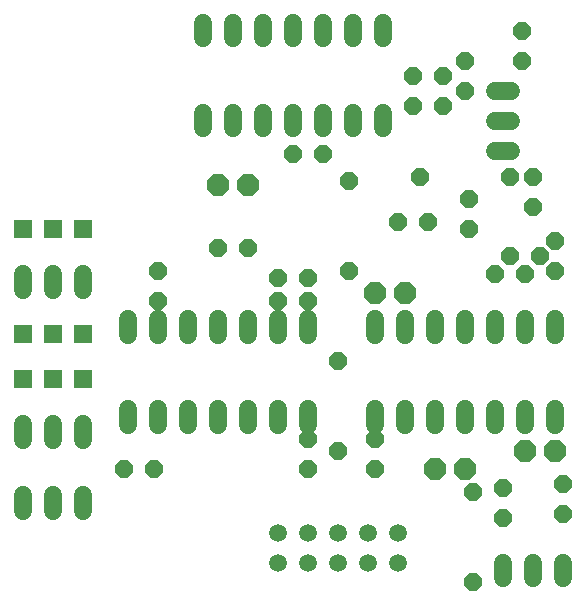
<source format=gts>
G75*
%MOIN*%
%OFA0B0*%
%FSLAX24Y24*%
%IPPOS*%
%LPD*%
%AMOC8*
5,1,8,0,0,1.08239X$1,22.5*
%
%ADD10C,0.0600*%
%ADD11OC8,0.0600*%
%ADD12OC8,0.0710*%
%ADD13R,0.0595X0.0595*%
%ADD14C,0.0595*%
D10*
X001355Y003095D02*
X001355Y003615D01*
X002355Y003615D02*
X002355Y003095D01*
X003355Y003095D02*
X003355Y003615D01*
X003355Y005470D02*
X003355Y005990D01*
X002355Y005990D02*
X002355Y005470D01*
X001355Y005470D02*
X001355Y005990D01*
X004855Y005970D02*
X004855Y006490D01*
X005855Y006490D02*
X005855Y005970D01*
X006855Y005970D02*
X006855Y006490D01*
X007855Y006490D02*
X007855Y005970D01*
X008855Y005970D02*
X008855Y006490D01*
X009855Y006490D02*
X009855Y005970D01*
X010855Y005970D02*
X010855Y006490D01*
X013105Y006490D02*
X013105Y005970D01*
X014105Y005970D02*
X014105Y006490D01*
X015105Y006490D02*
X015105Y005970D01*
X016105Y005970D02*
X016105Y006490D01*
X017105Y006490D02*
X017105Y005970D01*
X018105Y005970D02*
X018105Y006490D01*
X019105Y006490D02*
X019105Y005970D01*
X019105Y008970D02*
X019105Y009490D01*
X018105Y009490D02*
X018105Y008970D01*
X017105Y008970D02*
X017105Y009490D01*
X016105Y009490D02*
X016105Y008970D01*
X015105Y008970D02*
X015105Y009490D01*
X014105Y009490D02*
X014105Y008970D01*
X013105Y008970D02*
X013105Y009490D01*
X010855Y009490D02*
X010855Y008970D01*
X009855Y008970D02*
X009855Y009490D01*
X008855Y009490D02*
X008855Y008970D01*
X007855Y008970D02*
X007855Y009490D01*
X006855Y009490D02*
X006855Y008970D01*
X005855Y008970D02*
X005855Y009490D01*
X004855Y009490D02*
X004855Y008970D01*
X003355Y010470D02*
X003355Y010990D01*
X002355Y010990D02*
X002355Y010470D01*
X001355Y010470D02*
X001355Y010990D01*
X007355Y015845D02*
X007355Y016365D01*
X008355Y016365D02*
X008355Y015845D01*
X009355Y015845D02*
X009355Y016365D01*
X010355Y016365D02*
X010355Y015845D01*
X011355Y015845D02*
X011355Y016365D01*
X012355Y016365D02*
X012355Y015845D01*
X013355Y015845D02*
X013355Y016365D01*
X013355Y018845D02*
X013355Y019365D01*
X012355Y019365D02*
X012355Y018845D01*
X011355Y018845D02*
X011355Y019365D01*
X010355Y019365D02*
X010355Y018845D01*
X009355Y018845D02*
X009355Y019365D01*
X008355Y019365D02*
X008355Y018845D01*
X007355Y018845D02*
X007355Y019365D01*
X017095Y017105D02*
X017615Y017105D01*
X017615Y016105D02*
X017095Y016105D01*
X017095Y015105D02*
X017615Y015105D01*
X017355Y001365D02*
X017355Y000845D01*
X018355Y000845D02*
X018355Y001365D01*
X019355Y001365D02*
X019355Y000845D01*
D11*
X019355Y002980D03*
X019355Y003980D03*
X017355Y003855D03*
X017355Y002855D03*
X016355Y003730D03*
X016355Y000730D03*
X013105Y004480D03*
X013105Y005480D03*
X011855Y005105D03*
X010855Y005480D03*
X010855Y004480D03*
X011855Y008105D03*
X010855Y010105D03*
X010855Y010855D03*
X009855Y010855D03*
X009855Y010105D03*
X008855Y011855D03*
X007855Y011855D03*
X005855Y011105D03*
X005855Y010105D03*
X010355Y014980D03*
X011355Y014980D03*
X012230Y014105D03*
X013855Y012730D03*
X014855Y012730D03*
X016230Y012480D03*
X016230Y013480D03*
X017605Y014230D03*
X018355Y014230D03*
X018355Y013230D03*
X019105Y012105D03*
X018605Y011605D03*
X019105Y011105D03*
X018105Y010980D03*
X017605Y011605D03*
X017105Y010980D03*
X014605Y014230D03*
X014355Y016605D03*
X014355Y017605D03*
X015355Y017605D03*
X016105Y018105D03*
X016105Y017105D03*
X015355Y016605D03*
X017980Y018105D03*
X017980Y019105D03*
X012230Y011105D03*
X005730Y004480D03*
X004730Y004480D03*
D12*
X013105Y010355D03*
X014105Y010355D03*
X008845Y013969D03*
X007845Y013969D03*
X015105Y004480D03*
X016105Y004480D03*
X018105Y005105D03*
X019105Y005105D03*
D13*
X003355Y007480D03*
X002355Y007480D03*
X001355Y007480D03*
X001355Y008980D03*
X002355Y008980D03*
X003355Y008980D03*
X003355Y012480D03*
X002355Y012480D03*
X001355Y012480D03*
D14*
X009855Y002355D03*
X009855Y001355D03*
X010855Y001355D03*
X010855Y002355D03*
X011855Y002355D03*
X011855Y001355D03*
X012855Y001355D03*
X012855Y002355D03*
X013855Y002355D03*
X013855Y001355D03*
M02*

</source>
